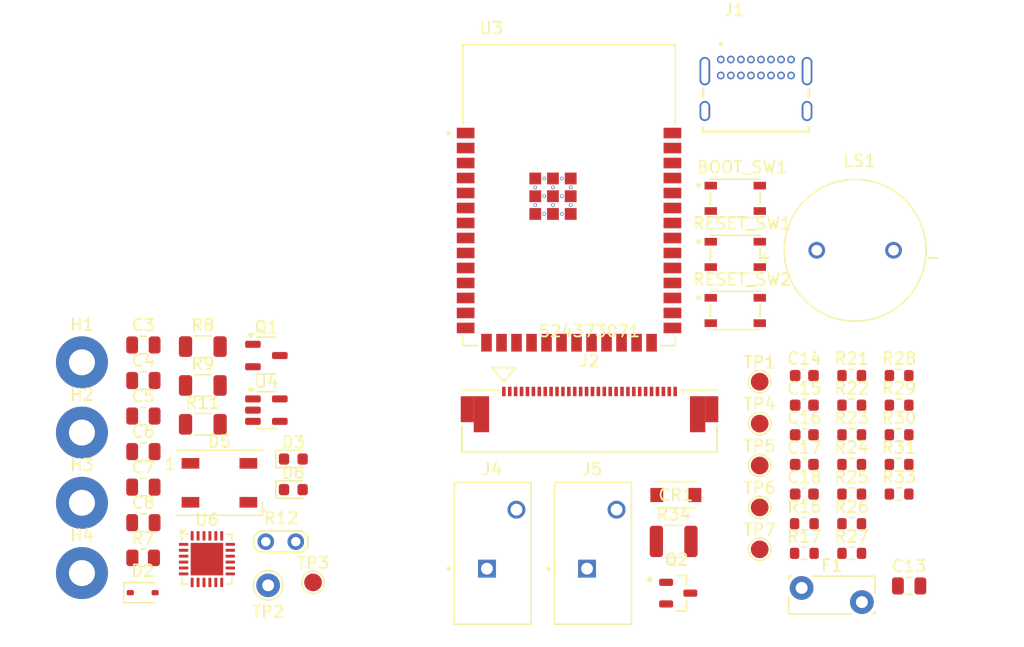
<source format=kicad_pcb>
(kicad_pcb (version 20240108) (generator "pcbnew") (generator_version "8.0")
  (layers (0 "F.Cu" signal) (31 "B.Cu" signal) (34 "B.Paste" user) (35 "F.Paste" user) (36 "B.SilkS" user "B.Silkscreen") (37 "F.SilkS" user "F.Silkscreen") (38 "B.Mask" user) (39 "F.Mask" user) (44 "Edge.Cuts" user))
  (net 0 "")
  (net 1 "GND")
  (net 2 "/3V3")
  (net 3 "/ESP32_EN")
  (net 4 "Net-(U3-IO0)")
  (net 5 "/5V USB")
  (net 6 "Net-(D2-A)")
  (net 8 "Net-(D3-K)")
  (net 9 "/3V3_MCU")
  (net 11 "/GPIO48")
  (net 12 "Net-(D6-A)")
  (net 13 "Net-(Q1-G)")
  (net 14 "Net-(Q1-D)")
  (net 15 "PACK-")
  (net 16 "Net-(U4-FB)")
  (net 17 "Net-(F2-Pad1)")
  (net 18 "Net-(U6-FLIP)")
  (net 21 "Net-(U6-HPI_SCL)")
  (net 22 "Net-(U6-VBUS_MIN)")
  (net 24 "Net-(U6-VCCD)")
  (net 25 "Net-(U6-HPI_SDA)")
  (net 26 "Net-(U6-FAULT)")
  (net 27 "Net-(U6-VBUS_MAX)")
  (net 29 "Net-(U6-~{HPI_INT})")
  (net 32 "/VBUS_LOCAL")
  (net 33 "GNDREF")
  (net 34 "Net-(D3-A)")
  (net 35 "/VBUS_USB")
  (net 36 "/USB_D+")
  (net 37 "/USB_D-")
  (net 38 "/CC2_USB")
  (net 39 "/CC1_USB")
  (net 42 "/GPIO10")
  (net 49 "/GPIO9")
  (net 57 "/GPIO8")
  (net 70 "Net-(J4-Pad1)")
  (net 71 "Net-(U3-IO15)")
  (net 72 "Net-(Q2-Pad3)")
  (net 73 "/ISNK_COARSE")
  (net 74 "/ISKN_FINE")
  (net 75 "/VDC_OUT")
  (net 76 "/15V_OUT")
  (net 77 "Net-(RESET_SW2-Pad1)")
  (net 78 "Net-(U5-RESET)")
  (net 79 "/GPIO2")
  (net 81 "/GPIO14")
  (net 83 "/GPIO47")
  (net 84 "/GPIO3")
  (net 85 "/GPIO5")
  (net 86 "/GPIO12")
  (net 87 "/GPIO18")
  (net 88 "/GPIO7")
  (net 89 "/GPIO13")
  (net 90 "/GPPIO46")
  (net 93 "/MTMS")
  (net 94 "/GPIO4")
  (net 95 "/GPIO11")
  (net 96 "/GPIO1")
  (net 97 "/GPIO38")
  (net 98 "/MTCK")
  (net 99 "/GPIO6")
  (net 100 "/GPIO16")
  (net 101 "/GPIO45")
  (net 102 "/GPIO17")
  (net 103 "/MTDI")
  (net 105 "/GPIO21")
  (net 106 "/MTDO")
  (net 107 "/VBUS_FET_EN")
  (footprint "Resistor_SMD:R_1206_3216Metric" (layer "F.Cu") (at 78.27 81.76)
    (property "Reference" "R11" (at 0 -1.82 0) (layer "F.SilkS"))
    (property "Value" "5.1k")
    (pad "1" smd roundrect (at -1.4625 0) (size 1.125 1.75) (layers "F.Cu" "F.Paste" "F.Mask") (roundrect_rratio 0.222222) (net 2 "/3V3"))
    (pad "2" smd roundrect (at 1.4625 0) (size 1.125 1.75) (layers "F.Cu" "F.Paste" "F.Mask") (roundrect_rratio 0.222222) (net 12 "Net-(D6-A)"))
  )
  (footprint "Resistor_SMD:R_0603_1608Metric" (layer "F.Cu") (at 133.19 87.67)
    (property "Reference" "R25" (at 0 -1.43 0) (layer "F.SilkS"))
    (property "Value" "2.2k")
    (pad "1" smd roundrect (at -0.825 0) (size 0.8 0.95) (layers "F.Cu" "F.Paste" "F.Mask") (net 1 "GND"))
    (pad "2" smd roundrect (at 0.825 0) (size 0.8 0.95) (layers "F.Cu" "F.Paste" "F.Mask") (net 74 "/ISKN_FINE"))
  )
  (footprint "Footprints:SOT91P240X110-3N" (layer "F.Cu") (at 118.506419 96.06)
    (property "Reference" "Q2" (at -0.13752 -2.83098 0) (layer "F.SilkS"))
    (property "Value" "2N7002K-7")
    (pad "1" smd roundrect (at -1.025 -0.915) (size 1.18 0.61) (layers "F.Cu" "F.Paste" "F.Mask") (net 26 "Net-(U6-FAULT)"))
    (pad "2" smd roundrect (at -1.025 0.915) (size 1.18 0.61) (layers "F.Cu" "F.Paste" "F.Mask") (net 1 "GND"))
    (pad "3" smd roundrect (at 1.025 0) (size 1.18 0.61) (layers "F.Cu" "F.Paste" "F.Mask") (net 72 "Net-(Q2-Pad3)"))
  )
  (footprint "Resistor_SMD:R_0603_1608Metric" (layer "F.Cu") (at 133.19 77.63)
    (property "Reference" "R21" (at 0 -1.43 0) (layer "F.SilkS"))
    (property "Value" "2.4k")
    (pad "1" smd roundrect (at -0.825 0) (size 0.8 0.95) (layers "F.Cu" "F.Paste" "F.Mask") (net 1 "GND"))
    (pad "2" smd roundrect (at 0.825 0) (size 0.8 0.95) (layers "F.Cu" "F.Paste" "F.Mask") (net 22 "Net-(U6-VBUS_MIN)"))
  )
  (footprint "Capacitor_SMD:C_0805_2012Metric" (layer "F.Cu") (at 73.24 75.04)
    (property "Reference" "C3" (at 0 -1.68 0) (layer "F.SilkS"))
    (property "Value" "0.1uF")
    (pad "1" smd roundrect (at -0.95 0) (size 1 1.45) (layers "F.Cu" "F.Paste" "F.Mask") (net 2 "/3V3"))
    (pad "2" smd roundrect (at 0.95 0) (size 1 1.45) (layers "F.Cu" "F.Paste" "F.Mask") (net 1 "GND"))
  )
  (footprint "Footprints:PHOENIX_1990009" (layer "F.Cu") (at 99.565 98.69)
    (property "Reference" "J4" (at 3.175 -13.135 0) (layer "F.SilkS"))
    (property "Value" "BAT2_CON")
    (pad "1" thru_hole rect (at 2.75 -4.7) (size 1.508 1.508) (drill 1) (layers "*.Cu" "*.Mask") (net 70 "Net-(J4-Pad1)"))
    (pad "2" thru_hole circle (at 5.25 -9.7) (size 1.508 1.508) (drill 1) (layers "*.Cu" "*.Mask") (net 17 "Net-(F2-Pad1)"))
  )
  (footprint "Diode_SMD:D_SOD-323" (layer "F.Cu") (at 73.185 96.02)
    (property "Reference" "D2" (at 0 -1.85 0) (layer "F.SilkS"))
    (property "Value" "BAT60A")
    (pad "1" smd roundrect (at -1.05 0) (size 0.6 0.45) (layers "F.Cu" "F.Paste" "F.Mask"))
    (pad "2" smd roundrect (at 1.05 0) (size 0.6 0.45) (layers "F.Cu" "F.Paste" "F.Mask") (net 6 "Net-(D2-A)"))
  )
  (footprint "Footprints:CUI_CEM-1206S" (layer "F.Cu") (at 133.48 67.02)
    (property "Reference" "LS1" (at 0.37706 -7.57592 0) (layer "F.SilkS") (effects (font (size 1.005433 1.005433))))
    (property "Value" "CEM-1206S")
    (fp_text user "-" (at 6.59265 0.571488 0) (layer "F.SilkS") (effects (font (size 1.002614 1.002614))))
    (fp_text user "+" (at -7.67002 0.572241 0) (layer "F.SilkS") (effects (font (size 1.003937 1.003937))))
    (pad "N" thru_hole circle (at 3.25 0) (size 1.408 1.408) (drill 0.9) (layers "*.Cu" "*.Mask") (net 1 "GND"))
    (pad "P" thru_hole circle (at -3.25 0) (size 1.408 1.408) (drill 0.9) (layers "*.Cu" "*.Mask") (net 71 "Net-(U3-IO15)"))
  )
  (footprint "TestPoint:TestPoint_Pad_D1.5mm" (layer "F.Cu") (at 125.4 81.7)
    (property "Reference" "TP4" (at 0 -1.648 0) (layer "F.SilkS"))
    (property "Value" "BAT1+")
    (pad "1" smd circle (at 0 0) (size 1.5 1.5) (layers "F.Cu" "F.Mask") (net 70 "Net-(J4-Pad1)"))
  )
  (footprint "Footprints:SW_PTS810_SJM_250_SMTR_LFS" (layer "F.Cu") (at 123.335 67.37)
    (property "Reference" "RESET_SW1" (at 0.575 -2.635 0) (layer "F.SilkS"))
    (property "Value" "PTS810_SJM_250_SMTR_LFS")
    (pad "1" smd rect (at -2.075 -1.075) (size 1.05 0.65) (layers "F.Cu" "F.Paste" "F.Mask") (net 1 "GND"))
    (pad "2" smd rect (at 2.075 -1.075) (size 1.05 0.65) (layers "F.Cu" "F.Paste" "F.Mask") (net 1 "GND"))
    (pad "3" smd rect (at -2.075 1.075) (size 1.05 0.65) (layers "F.Cu" "F.Paste" "F.Mask") (net 3 "/ESP32_EN"))
    (pad "4" smd rect (at 2.075 1.075) (size 1.05 0.65) (layers "F.Cu" "F.Paste" "F.Mask") (net 3 "/ESP32_EN"))
  )
  (footprint "Fuse:Fuse_Bourns_MF-RG300" (layer "F.Cu") (at 128.95 95.62)
    (property "Reference" "F1" (at 2.55 -1.9 0) (layer "F.SilkS"))
    (property "Value" "Polyfuse_Small")
    (pad "1" thru_hole circle (at 0 0) (size 2.01 2.01) (drill 1.01) (layers "*.Cu" "*.Mask") (net 35 "/VBUS_USB"))
    (pad "2" thru_hole circle (at 5.1 1.2) (size 2.01 2.01) (drill 1.01) (layers "*.Cu" "*.Mask") (net 32 "/VBUS_LOCAL"))
  )
  (footprint "MountingHole:MountingHole_2.2mm_M2_Pad" (layer "F.Cu") (at 68.04 94.36)
    (property "Reference" "H4" (at 0 -3.2 0) (layer "F.SilkS"))
    (property "Value" "MountingHole_Pad")
    (pad "1" thru_hole circle (at 0 0) (size 4.4 4.4) (drill 2.2) (layers "*.Cu" "*.Mask") (net 1 "GND"))
  )
  (footprint "Resistor_SMD:R_0603_1608Metric" (layer "F.Cu") (at 129.18 92.69)
    (property "Reference" "R17" (at 0 -1.43 0) (layer "F.SilkS"))
    (property "Value" "2.4k")
    (pad "1" smd roundrect (at -0.825 0) (size 0.8 0.95) (layers "F.Cu" "F.Paste" "F.Mask") (net 1 "GND"))
    (pad "2" smd roundrect (at 0.825 0) (size 0.8 0.95) (layers "F.Cu" "F.Paste" "F.Mask") (net 27 "Net-(U6-VBUS_MAX)"))
  )
  (footprint "LED_SMD:LED_0603_1608Metric" (layer "F.Cu") (at 85.93 87.29)
    (property "Reference" "D6" (at 0 -1.43 0) (layer "F.SilkS"))
    (property "Value" "LED")
    (pad "1" smd roundrect (at -0.7875 0) (size 0.875 0.95) (layers "F.Cu" "F.Paste" "F.Mask") (net 1 "GND"))
    (pad "2" smd roundrect (at 0.7875 0) (size 0.875 0.95) (layers "F.Cu" "F.Paste" "F.Mask") (net 12 "Net-(D6-A)"))
  )
  (footprint "TestPoint:TestPoint_2Pads_Pitch2.54mm_Drill0.8mm" (layer "F.Cu") (at 83.6 91.7)
    (property "Reference" "R12" (at 1.3 -2 0) (layer "F.SilkS"))
    (property "Value" "0")
    (pad "1" thru_hole circle (at 0 0) (size 1.4 1.4) (drill 0.8) (layers "*.Cu" "*.Mask") (net 17 "Net-(F2-Pad1)"))
    (pad "2" thru_hole circle (at 2.54 0) (size 1.4 1.4) (drill 0.8) (layers "*.Cu" "*.Mask") (net 14 "Net-(Q1-D)"))
  )
  (footprint "Resistor_SMD:R_0805_2012Metric" (layer "F.Cu") (at 73.22 93.07)
    (property "Reference" "R7" (at 0 -1.65 0) (layer "F.SilkS"))
    (property "Value" "10k")
    (pad "1" smd roundrect (at -0.9125 0) (size 1.025 1.4) (layers "F.Cu" "F.Paste" "F.Mask") (roundrect_rratio 0.243902) (net 2 "/3V3"))
    (pad "2" smd roundrect (at 0.9125 0) (size 1.025 1.4) (layers "F.Cu" "F.Paste" "F.Mask") (roundrect_rratio 0.243902) (net 3 "/ESP32_EN"))
  )
  (footprint "Capacitor_SMD:C_0603_1608Metric" (layer "F.Cu") (at 129.18 87.67)
    (property "Reference" "C18" (at 0 -1.43 0) (layer "F.SilkS"))
    (property "Value" "100nF")
    (pad "1" smd roundrect (at -0.775 0) (size 0.9 0.95) (layers "F.Cu" "F.Paste" "F.Mask") (net 2 "/3V3"))
    (pad "2" smd roundrect (at 0.775 0) (size 0.9 0.95) (layers "F.Cu" "F.Paste" "F.Mask") (net 1 "GND"))
  )
  (footprint "TestPoint:TestPoint_Pad_D1.5mm" (layer "F.Cu") (at 125.4 85.25)
    (property "Reference" "TP5" (at 0 -1.648 0) (layer "F.SilkS"))
    (property "Value" "TestPoint")
    (pad "1" smd circle (at 0 0) (size 1.5 1.5) (layers "F.Cu" "F.Mask") (net 15 "PACK-"))
  )
  (footprint "Footprints:SW_PTS810_SJM_250_SMTR_LFS" (layer "F.Cu") (at 123.335 72.12)
    (property "Reference" "RESET_SW2" (at 0.575 -2.635 0) (layer "F.SilkS"))
    (property "Value" "PTS810_SJM_250_SMTR_LFS")
    (pad "1" smd rect (at -2.075 -1.075) (size 1.05 0.65) (layers "F.Cu" "F.Paste" "F.Mask") (net 77 "Net-(RESET_SW2-Pad1)"))
    (pad "2" smd rect (at 2.075 -1.075) (size 1.05 0.65) (layers "F.Cu" "F.Paste" "F.Mask") (net 77 "Net-(RESET_SW2-Pad1)"))
    (pad "3" smd rect (at -2.075 1.075) (size 1.05 0.65) (layers "F.Cu" "F.Paste" "F.Mask") (net 78 "Net-(U5-RESET)"))
    (pad "4" smd rect (at 2.075 1.075) (size 1.05 0.65) (layers "F.Cu" "F.Paste" "F.Mask") (net 78 "Net-(U5-RESET)"))
  )
  (footprint "Capacitor_SMD:C_0805_2012Metric" (layer "F.Cu") (at 138.05 95.45)
    (property "Reference" "C13" (at 0 -1.68 0) (layer "F.SilkS"))
    (property "Value" "4.7uF")
    (pad "1" smd roundrect (at -0.95 0) (size 1 1.45) (layers "F.Cu" "F.Paste" "F.Mask") (net 32 "/VBUS_LOCAL"))
    (pad "2" smd roundrect (at 0.95 0) (size 1 1.45) (layers "F.Cu" "F.Paste" "F.Mask") (net 1 "GND"))
  )
  (footprint "Capacitor_SMD:C_0805_2012Metric" (layer "F.Cu") (at 73.24 90.09)
    (property "Reference" "C8" (at 0 -1.68 0) (layer "F.SilkS"))
    (property "Value" "10uF")
    (pad "1" smd roundrect (at -0.95 0) (size 1 1.45) (layers "F.Cu" "F.Paste" "F.Mask") (net 2 "/3V3"))
    (pad "2" smd roundrect (at 0.95 0) (size 1 1.45) (layers "F.Cu" "F.Paste" "F.Mask") (net 1 "GND"))
  )
  (footprint "Capacitor_SMD:C_0805_2012Metric" (layer "F.Cu") (at 73.24 81.06)
    (property "Reference" "C5" (at 0 -1.68 0) (layer "F.SilkS"))
    (property "Value" "0.1uF")
    (pad "1" smd roundrect (at -0.95 0) (size 1 1.45) (layers "F.Cu" "F.Paste" "F.Mask") (net 3 "/ESP32_EN"))
    (pad "2" smd roundrect (at 0.95 0) (size 1 1.45) (layers "F.Cu" "F.Paste" "F.Mask") (net 1 "GND"))
  )
  (footprint "Resistor_SMD:R_0603_1608Metric" (layer "F.Cu") (at 137.2 85.16)
    (property "Reference" "R31" (at 0 -1.43 0) (layer "F.SilkS"))
    (property "Value" "2.2k")
    (pad "1" smd roundrect (at -0.825 0) (size 0.8 0.95) (layers "F.Cu" "F.Paste" "F.Mask") (net 72 "Net-(Q2-Pad3)"))
    (pad "2" smd roundrect (at 0.825 0) (size 0.8 0.95) (layers "F.Cu" "F.Paste" "F.Mask") (net 8 "Net-(D3-K)"))
  )
  (footprint "Resistor_SMD:R_0603_1608Metric" (layer "F.Cu") (at 137.2 77.63)
    (property "Reference" "R28" (at 0 -1.43 0) (layer "F.SilkS"))
    (property "Value" "2.2k")
    (pad "1" smd roundrect (at -0.825 0) (size 0.8 0.95) (layers "F.Cu" "F.Paste" "F.Mask") (net 34 "Net-(D3-A)"))
    (pad "2" smd roundrect (at 0.825 0) (size 0.8 0.95) (layers "F.Cu" "F.Paste" "F.Mask") (net 21 "Net-(U6-HPI_SCL)"))
  )
  (footprint "Capacitor_SMD:C_0603_1608Metric" (layer "F.Cu") (at 129.18 85.16)
    (property "Reference" "C17" (at 0 -1.43 0) (layer "F.SilkS"))
    (property "Value" "100nF")
    (pad "1" smd roundrect (at -0.775 0) (size 0.9 0.95) (layers "F.Cu" "F.Paste" "F.Mask") (net 2 "/3V3"))
    (pad "2" smd roundrect (at 0.775 0) (size 0.9 0.95) (layers "F.Cu" "F.Paste" "F.Mask") (net 1 "GND"))
  )
  (footprint "Resistor_SMD:R_0603_1608Metric" (layer "F.Cu") (at 137.2 82.65)
    (property "Reference" "R30" (at 0 -1.43 0) (layer "F.SilkS"))
    (property "Value" "2.2k")
    (pad "1" smd roundrect (at -0.825 0) (size 0.8 0.95) (layers "F.Cu" "F.Paste" "F.Mask") (net 34 "Net-(D3-A)"))
    (pad "2" smd roundrect (at 0.825 0) (size 0.8 0.95) (layers "F.Cu" "F.Paste" "F.Mask") (net 29 "Net-(U6-~{HPI_INT})"))
  )
  (footprint "Resistor_SMD:R_0603_1608Metric" (layer "F.Cu") (at 133.19 92.69)
    (property "Reference" "R27" (at 0 -1.43 0) (layer "F.SilkS"))
    (property "Value" "2.2k")
    (pad "1" smd roundrect (at -0.825 0) (size 0.8 0.95) (layers "F.Cu" "F.Paste" "F.Mask") (net 34 "Net-(D3-A)"))
    (pad "2" smd roundrect (at 0.825 0) (size 0.8 0.95) (layers "F.Cu" "F.Paste" "F.Mask") (net 18 "Net-(U6-FLIP)"))
  )
  (footprint "Package_DFN_QFN:QFN-24-1EP_4x4mm_P0.5mm_EP2.75x2.75mm" (layer "F.Cu") (at 78.62 93.18)
    (property "Reference" "U6" (at 0 -3.33 0) (layer "F.SilkS"))
    (property "Value" "CYPD3177-24LQ")
    (pad "1" smd roundrect (at -1.975 -1.25) (size 0.8 0.25) (layers "F.Cu" "F.Paste" "F.Mask") (net 22 "Net-(U6-VBUS_MIN)"))
    (pad "2" smd roundrect (at -1.975 -0.75) (size 0.8 0.25) (layers "F.Cu" "F.Paste" "F.Mask") (net 27 "Net-(U6-VBUS_MAX)"))
    (pad "3" smd roundrect (at -1.975 -0.25) (size 0.8 0.25) (layers "F.Cu" "F.Paste" "F.Mask") (net 107 "/VBUS_FET_EN"))
    (pad "4" smd roundrect (at -1.975 0.25) (size 0.8 0.25) (layers "F.Cu" "F.Paste" "F.Mask"))
    (pad "5" smd roundrect (at -1.975 0.75) (size 0.8 0.25) (layers "F.Cu" "F.Paste" "F.Mask") (net 73 "/ISNK_COARSE"))
    (pad "6" smd roundrect (at -1.975 1.25) (size 0.8 0.25) (layers "F.Cu" "F.Paste" "F.Mask") (net 74 "/ISKN_FINE"))
    (pad "7" smd roundrect (at -1.25 1.975) (size 0.25 0.8) (layers "F.Cu" "F.Paste" "F.Mask") (net 29 "Net-(U6-~{HPI_INT})"))
    (pad "8" smd roundrect (at -0.75 1.975) (size 0.25 0.8) (layers "F.Cu" "F.Paste" "F.Mask"))
    (pad "9" smd roundrect (at -0.25 1.975) (size 0.25 0.8) (layers "F.Cu" "F.Paste" "F.Mask") (net 26 "Net-(U6-FAULT)"))
    (pad "10" smd roundrect (at 0.25 1.975) (size 0.25 0.8) (layers "F.Cu" "F.Paste" "F.Mask") (net 18 "Net-(U6-FLIP)"))
    (pad "11" smd roundrect (at 0.75 1.975) (size 0.25 0.8) (layers "F.Cu" "F.Paste" "F.Mask") (net 75 "/VDC_OUT"))
    (pad "12" smd roundrect (at 1.25 1.975) (size 0.25 0.8) (layers "F.Cu" "F.Paste" "F.Mask") (net 25 "Net-(U6-HPI_SDA)"))
    (pad "13" smd roundrect (at 1.975 1.25) (size 0.8 0.25) (layers "F.Cu" "F.Paste" "F.Mask") (net 21 "Net-(U6-HPI_SCL)"))
    (pad "14" smd roundrect (at 1.975 0.75) (size 0.8 0.25) (layers "F.Cu" "F.Paste" "F.Mask") (net 38 "/CC2_USB"))
    (pad "15" smd roundrect (at 1.975 0.25) (size 0.8 0.25) (layers "F.Cu" "F.Paste" "F.Mask") (net 39 "/CC1_USB"))
    (pad "16" smd roundrect (at 1.975 -0.25) (size 0.8 0.25) (layers "F.Cu" "F.Paste" "F.Mask"))
    (pad "17" smd roundrect (at 1.975 -0.75) (size 0.8 0.25) (layers "F.Cu" "F.Paste" "F.Mask"))
    (pad "18" smd roundrect (at 1.975 -1.25) (size 0.8 0.25) (layers "F.Cu" "F.Paste" "F.Mask") (net 32 "/VBUS_LOCAL"))
    (pad "19" smd roundrect (at 1.25 -1.975) (size 0.25 0.8) (layers "F.Cu" "F.Paste" "F.Mask") (net 1 "GND"))
    (pad "20" smd roundrect (at 0.75 -1.975) (size 0.25 0.8) (layers "F.Cu" "F.Paste" "F.Mask"))
    (pad "21" smd roundrect (at 0.25 -1.975) (size 0.25 0.8) (layers "F.Cu" "F.Paste" "F.Mask"))
    (pad "22" smd roundrect (at -0.25 -1.975) (size 0.25 0.8) (layers "F.Cu" "F.Paste" "F.Mask") (net 1 "GND"))
    (pad "23" smd roundrect (at -0.75 -1.975) (size 0.25 0.8) (layers "F.Cu" "F.Paste" "F.Mask") (net 2 "/3V3"))
    (pad "24" smd roundrect (at -1.25 -1.975) (size 0.25 0.8) (layers "F.Cu" "F.Paste" "F.Mask") (net 24 "Net-(U6-VCCD)"))
    (pad "25" smd rect (at 0 0) (size 2.75 2.75) (property pad_prop_heatsink) (layers "F.Cu" "F.Mask") (net 1 "GND"))
  )
  (footprint "Resistor_SMD:R_1210_3225Metric" (layer "F.Cu") (at 118.12 91.68)
    (property "Reference" "R34" (at 0 -2.28 0) (layer "F.SilkS"))
    (property "Value" "0")
    (pad "1" smd roundrect (at -1.4625 0) (size 1.125 2.65) (layers "F.Cu" "F.Paste" "F.Mask") (roundrect_rratio 0.222222) (net 75 "/VDC_OUT"))
    (pad "2" smd roundrect (at 1.4625 0) (size 1.125 2.65) (layers "F.Cu" "F.Paste" "F.Mask") (roundrect_rratio 0.222222) (net 76 "/15V_OUT"))
  )
  (footprint "Footprints:PHOENIX_1990009" (layer "F.Cu") (at 108.04 98.69)
    (property "Reference" "J5" (at 3.175 -13.135 0) (layer "F.SilkS"))
    (property "Value" "BAT1_CON")
    (pad "1" thru_hole rect (at 2.75 -4.7) (size 1.508 1.508) (drill 1) (layers "*.Cu" "*.Mask") (net 15 "PACK-"))
    (pad "2" thru_hole circle (at 5.25 -9.7) (size 1.508 1.508) (drill 1) (layers "*.Cu" "*.Mask") (net 70 "Net-(J4-Pad1)"))
  )
  (footprint "Resistor_SMD:R_0603_1608Metric" (layer "F.Cu") (at 137.2 87.67)
    (property "Reference" "R33" (at 0 -1.43 0) (layer "F.SilkS"))
    (property "Value" "0")
    (pad "1" smd roundrect (at -0.825 0) (size 0.8 0.95) (layers "F.Cu" "F.Paste" "F.Mask") (net 34 "Net-(D3-A)"))
    (pad "2" smd roundrect (at 0.825 0) (size 0.8 0.95) (layers "F.Cu" "F.Paste" "F.Mask") (net 9 "/3V3_MCU"))
  )
  (footprint "Capacitor_SMD:C_0805_2012Metric" (layer "F.Cu") (at 73.24 87.08)
    (property "Reference" "C7" (at 0 -1.68 0) (layer "F.SilkS"))
    (property "Value" "10uF")
    (pad "1" smd roundrect (at -0.95 0) (size 1 1.45) (layers "F.Cu" "F.Paste" "F.Mask") (net 5 "/5V USB"))
    (pad "2" smd roundrect (at 0.95 0) (size 1 1.45) (layers "F.Cu" "F.Paste" "F.Mask") (net 1 "GND"))
  )
  (footprint "Footprints:GCT_USB4085-GF-A_REVB" (layer "F.Cu") (at 125.085 55.225)
    (property "Reference" "J1" (at -1.85 -8.555 0) (layer "F.SilkS"))
    (property "Value" "USB4085")
    (pad "A1" thru_hole circle (at -2.975 -4.36) (size 0.65 0.65) (drill 0.4) (layers "*.Cu" "*.Mask") (net 33 "GNDREF"))
    (pad "A4" thru_hole circle (at -2.125 -4.36) (size 0.65 0.65) (drill 0.4) (layers "*.Cu" "*.Mask") (net 35 "/VBUS_USB"))
    (pad "A5" thru_hole circle (at -1.275 -4.36) (size 0.65 0.65) (drill 0.4) (layers "*.Cu" "*.Mask") (net 39 "/CC1_USB"))
    (pad "A6" thru_hole circle (at -0.425 -4.36) (size 0.65 0.65) (drill 0.4) (layers "*.Cu" "*.Mask") (net 36 "/USB_D+"))
    (pad "A7" thru_hole circle (at 0.425 -4.36) (size 0.65 0.65) (drill 0.4) (layers "*.Cu" "*.Mask") (net 37 "/USB_D-"))
    (pad "A8" thru_hole circle (at 1.275 -4.36) (size 0.65 0.65) (drill 0.4) (layers "*.Cu" "*.Mask"))
    (pad "A9" thru_hole circle (at 2.125 -4.36) (size 0.65 0.65) (drill 0.4) (layers "*.Cu" "*.Mask") (net 35 "/VBUS_USB"))
    (pad "A12" thru_hole circle (at 2.975 -4.36) (size 0.65 0.65) (drill 0.4) (layers "*.Cu" "*.Mask") (net 33 "GNDREF"))
    (pad "B1" thru_hole circle (at 2.975 -3.01) (size 0.65 0.65) (drill 0.4) (layers "*.Cu" "*.Mask") (net 33 "GNDREF"))
    (pad "B4" thru_hole circle (at 2.125 -3.01) (size 0.65 0.65) (drill 0.4) (layers "*.Cu" "*.Mask") (net 35 "/VBUS_USB"))
    (pad "B5" thru_hole circle (at 1.275 -3.01) (size 0.65 0.65) (drill 0.4) (layers "*.Cu" "*.Mask") (net 38 "/CC2_USB"))
    (pad "B6" thru_hole circle (at 0.425 -3.01) (size 0.65 0.65) (drill 0.4) (layers "*.Cu" "*.Mask") (net 36 "/USB_D+"))
    (pad "B7" thru_hole circle (at -0.425 -3.01) (size 0.65 0.65) (drill 0.4) (layers "*.Cu" "*.Mask") (net 37 "/USB_D-"))
    (pad "B8" thru_hole circle (at -1.275 -3.01) (size 0.65 0.65) (drill 0.4) (layers "*.Cu" "*.Mask"))
    (pad "B9" thru_hole circle (at -2.125 -3.01) (size 0.65 0.65) (drill 0.4) (layers "*.Cu" "*.Mask") (net 35 "/VBUS_USB"))
    (pad "B12" thru_hole circle (at -2.975 -3.01) (size 0.65 0.65) (drill 0.4) (layers "*.Cu" "*.Mask") (net 33 "GNDREF"))
    (pad "S1" thru_hole oval (at -4.325 0) (size 0.9 1.7) (drill oval 0.6 1.4) (layers "*.Cu" "*.Mask") (net 33 "GNDREF"))
    (pad "S2" thru_hole oval (at 4.325 0) (size 0.9 1.7) (drill oval 0.6 1.4) (layers "*.Cu" "*.Mask") (net 33 "GNDREF"))
    (pad "S3" thru_hole oval (at -4.325 -3.38) (size 0.9 2.4) (drill oval 0.6 2.1) (layers "*.Cu" "*.Mask") (net 33 "GNDREF"))
    (pad "S4" thru_hole oval (at 4.325 -3.38) (size 0.9 2.4) (drill oval 0.6 2.1) (layers "*.Cu" "*.Mask") (net 33 "GNDREF"))
  )
  (footprint "MountingHole:MountingHole_2.2mm_M2_Pad" (layer "F.Cu") (at 68.04 88.41)
    (property "Reference" "H3" (at 0 -3.2 0) (layer "F.SilkS"))
    (property "Value" "MountingHole_Pad")
    (pad "1" thru_hole circle (at 0 0) (size 4.4 4.4) (drill 2.2) (layers "*.Cu" "*.Mask") (net 1 "GND"))
  )
  (footprint "TestPoint:TestPoint_Pad_D1.5mm" (layer "F.Cu") (at 125.4 88.8)
    (property "Reference" "TP6" (at 0 -1.648 0) (layer "F.SilkS"))
    (property "Value" "BAT2+")
    (pad "1" smd circle (at 0 0) (size 1.5 1.5) (layers "F.Cu" "F.Mask") (net 17 "Net-(F2-Pad1)"))
  )
  (footprint "Capacitor_SMD:C_0603_1608Metric" (layer "F.Cu") (at 129.18 82.65)
    (property "Reference" "C16" (at 0 -1.43 0) (layer "F.SilkS"))
    (property "Value" "4.7uF")
    (pad "1" smd roundrect (at -0.775 0) (size 0.9 0.95) (layers "F.Cu" "F.Paste" "F.Mask") (net 1 "GND"))
    (pad "2" smd roundrect (at 0.775 0) (size 0.9 0.95) (layers "F.Cu" "F.Paste" "F.Mask") (net 2 "/3V3"))
  )
  (footprint "Resistor_SMD:R_0603_1608Metric" (layer "F.Cu") (at 133.19 90.18)
    (property "Reference" "R26" (at 0 -1.43 0) (layer "F.SilkS"))
    (property "Value" "2.2k")
    (pad "1" smd roundrect (at -0.825 0) (size 0.8 0.95) (layers "F.Cu" "F.Paste" "F.Mask") (net 9 "/3V3_MCU"))
    (pad "2" smd roundrect (at 0.825 0) (size 0.8 0.95) (layers "F.Cu" "F.Paste" "F.Mask") (net 74 "/ISKN_FINE"))
  )
  (footprint "Resistor_SMD:R_0603_1608Metric" (layer "F.Cu") (at 133.19 82.65)
    (property "Reference" "R23" (at 0 -1.43 0) (layer "F.SilkS"))
    (property "Value" "2.2k")
    (pad "1" smd roundrect (at -0.825 0) (size 0.8 0.95) (layers "F.Cu" "F.Paste" "F.Mask") (net 9 "/3V3_MCU"))
    (pad "2" smd roundrect (at 0.825 0) (size 0.8 0.95) (layers "F.Cu" "F.Paste" "F.Mask") (net 73 "/ISNK_COARSE"))
  )
  (footprint "Package_TO_SOT_SMD:SOT-23-5" (layer "F.Cu") (at 83.65 80.56)
    (property "Reference" "U4" (at 0 -2.4 0) (layer "F.SilkS"))
    (property "Value" "TLV75801PDBV")
    (pad "1" smd roundrect (at -1.1375 -0.95) (size 1.325 0.6) (layers "F.Cu" "F.Paste" "F.Mask") (net 5 "/5V USB"))
    (pad "2" smd roundrect (at -1.1375 0) (size 1.325 0.6) (layers "F.Cu" "F.Paste" "F.Mask") (net 1 "GND"))
    (pad "3" smd roundrect (at -1.1375 0.95) (size 1.325 0.6) (layers "F.Cu" "F.Paste" "F.Mask") (net 5 "/5V USB"))
    (pad "4" smd roundrect (at 1.1375 0.95) (size 1.325 0.6) (layers "F.Cu" "F.Paste" "F.Mask") (net 16 "Net-(U4-FB)"))
    (pad "5" smd roundrect (at 1.1375 -0.95) (size 1.325 0.6) (layers "F.Cu" "F.Paste" "F.Mask") (net 2 "/3V3"))
  )
  (footprint "MountingHole:MountingHole_2.2mm_M2_Pad" (layer "F.Cu") (at 68.04 76.51)
    (property "Reference" "H1" (at 0 -3.2 0) (layer "F.SilkS"))
    (property "Value" "MountingHole_Pad")
    (pad "1" thru_hole circle (at 0 0) (size 4.4 4.4) (drill 2.2) (layers "*.Cu" "*.Mask") (net 1 "GND"))
  )
  (footprint "Footprints:XCVR_ESP32-S3-WROOM-2-N32R8V" (layer "F.Cu") (at 109.265 62.35)
    (property "Reference" "U3" (at -6.575 -14.135 0) (layer "F.SilkS"))
    (property "Value" "ESP32-S3-WROOM-2-N32R8V")
    (pad "1" smd rect (at -8.75 -5.26) (size 1.5 0.9) (layers "F.Cu" "F.Paste" "F.Mask") (net 1 "GND"))
    (pad "2" smd rect (at -8.75 -3.99) (size 1.5 0.9) (layers "F.Cu" "F.Paste" "F.Mask") (net 2 "/3V3"))
    (pad "3" smd rect (at -8.75 -2.72) (size 1.5 0.9) (layers "F.Cu" "F.Paste" "F.Mask") (net 3 "/ESP32_EN"))
    (pad "4" smd rect (at -8.75 -1.45) (size 1.5 0.9) (layers "F.Cu" "F.Paste" "F.Mask") (net 94 "/GPIO4"))
    (pad "5" smd rect (at -8.75 -0.18) (size 1.5 0.9) (layers "F.Cu" "F.Paste" "F.Mask") (net 85 "/GPIO5"))
    (pad "6" smd rect (at -8.75 1.09) (size 1.5 0.9) (layers "F.Cu" "F.Paste" "F.Mask") (net 99 "/GPIO6"))
    (pad "7" smd rect (at -8.75 2.36) (size 1.5 0.9) (layers "F.Cu" "F.Paste" "F.Mask") (net 88 "/GPIO7"))
    (pad "8" smd rect (at -8.75 3.63) (size 1.5 0.9) (layers "F.Cu" "F.Paste" "F.Mask") (net 71 "Net-(U3-IO15)"))
    (pad "9" smd rect (at -8.75 4.9) (size 1.5 0.9) (layers "F.Cu" "F.Paste" "F.Mask") (net 100 "/GPIO16"))
    (pad "10" smd rect (at -8.75 6.17) (size 1.5 0.9) (layers "F.Cu" "F.Paste" "F.Mask") (net 102 "/GPIO17"))
    (pad "11" smd rect (at -8.75 7.44) (size 1.5 0.9) (layers "F.Cu" "F.Paste" "F.Mask") (net 87 "/GPIO18"))
    (pad "12" smd rect (at -8.75 8.71) (size 1.5 0.9) (layers "F.Cu" "F.Paste" "F.Mask") (net 57 "/GPIO8"))
    (pad "13" smd rect (at -8.75 9.98) (size 1.5 0.9) (layers "F.Cu" "F.Paste" "F.Mask") (net 37 "/USB_D-"))
    (pad "14" smd rect (at -8.75 11.25) (size 1.5 0.9) (layers "F.Cu" "F.Paste" "F.Mask") (net 36 "/USB_D+"))
    (pad "15" smd rect (at -6.985 12.5) (size 0.9 1.5) (layers "F.Cu" "F.Paste" "F.Mask") (net 84 "/GPIO3"))
    (pad "16" smd rect (at -5.715 12.5) (size 0.9 1.5) (layers "F.Cu" "F.Paste" "F.Mask") (net 90 "/GPPIO46"))
    (pad "17" smd rect (at -4.445 12.5) (size 0.9 1.5) (layers "F.Cu" "F.Paste" "F.Mask") (net 49 "/GPIO9"))
    (pad "18" smd rect (at -3.175 12.5) (size 0.9 1.5) (layers "F.Cu" "F.Paste" "F.Mask") (net 42 "/GPIO10"))
    (pad "19" smd rect (at -1.905 12.5) (size 0.9 1.5) (layers "F.Cu" "F.Paste" "F.Mask") (net 95 "/GPIO11"))
    (pad "20" smd rect (at -0.635 12.5) (size 0.9 1.5) (layers "F.Cu" "F.Paste" "F.Mask") (net 86 "/GPIO12"))
    (pad "21" smd rect (at 0.635 12.5) (size 0.9 1.5) (layers "F.Cu" "F.Paste" "F.Mask") (net 89 "/GPIO13"))
    (pad "22" smd rect (at 1.905 12.5) (size 0.9 1.5) (layers "F.Cu" "F.Paste" "F.Mask") (net 81 "/GPIO14"))
    (pad "23" smd rect (at 3.175 12.5) (size 0.9 1.5) (layers "F.Cu" "F.Paste" "F.Mask") (net 105 "/GPIO21"))
    (pad "24" smd rect (at 4.445 12.5) (size 0.9 1.5) (layers "F.Cu" "F.Paste" "F.Mask") (net 83 "/GPIO47"))
    (pad "25" smd rect (at 5.715 12.5) (size 0.9 1.5) (layers "F.Cu" "F.Paste" "F.Mask") (net 11 "/GPIO48"))
    (pad "26" smd rect (at 6.985 12.5) (size 0.9 1.5) (layers "F.Cu" "F.Paste" "F.Mask") (net 101 "/GPIO45"))
    (pad "27" smd rect (at 8.75 11.25) (size 1.5 0.9) (layers "F.Cu" "F.Paste" "F.Mask") (net 4 "Net-(U3-IO0)"))
    (pad "28" smd rect (at 8.75 9.98) (size 1.5 0.9) (layers "F.Cu" "F.Paste" "F.Mask"))
    (pad "29" smd rect (at 8.75 8.71) (size 1.5 0.9) (layers "F.Cu" "F.Paste" "F.Mask"))
    (pad "30" smd rect (at 8.75 7.44) (size 1.5 0.9) (layers "F.Cu" "F.Paste" "F.Mask"))
    (pad "31" smd rect (at 8.75 6.17) (size 1.5 0.9) (layers "F.Cu" "F.Paste" "F.Mask") (net 97 "/GPIO38"))
    (pad "32" smd rect (at 8.75 4.9) (size 1.5 0.9) (layers "F.Cu" "F.Paste" "F.Mask") (net 98 "/MTCK"))
    (pad "33" smd rect (at 8.75 3.63) (size 1.5 0.9) (layers "F.Cu" "F.Paste" "F.Mask") (net 106 "/MTDO"))
    (pad "34" smd rect (at 8.75 2.36) (size 1.5 0.9) (layers "F.Cu" "F.Paste" "F.Mask") (net 103 "/MTDI"))
    (pad "35" smd rect (at 8.75 1.09) (size 1.5 0.9) (layers "F.Cu" "F.Paste" "F.Mask") (net 93 "/MTMS"))
    (pad "36" smd rect (at 8.75 -0.18) (size 1.5 0.9) (layers "F.Cu" "F.Paste" "F.Mask"))
    (pad "37" smd rect (at 8.75 -1.45) (size 1.5 0.9) (layers "F.Cu" "F.Paste" "F.Mask"))
    (pad "38" smd rect (at 8.75 -2.72) (size 1.5 0.9) (layers "F.Cu" "F.Paste" "F.Mask") (net 79 "/GPIO2"))
    (pad "39" smd rect (at 8.75 -3.99) (size 1.5 0.9) (layers "F.Cu" "F.Paste" "F.Mask") (net 96 "/GPIO1"))
    (pad "40" smd rect (at 8.75 -5.26) (size 1.5 0.9) (layers "F.Cu" "F.Paste" "F.Mask") (net 1 "GND"))
    (pad "41_1" smd rect (at -1.36 0.09) (size 1 1) (layers "F.Cu" "F.Paste" "F.Mask") (net 1 "GND"))
    (pad "41_2" smd rect (at -2.86 0.09) (size 1 1) (layers "F.Cu" "F.Paste" "F.Mask") (net 1 "GND"))
    (pad "41_3" smd rect (at 0.14 0.09) (size 1 1) (layers "F.Cu" "F.Paste" "F.Mask") (net 1 "GND"))
    (pad "41_4" smd rect (at -2.86 1.59) (size 1 1) (layers "F.Cu" "F.Paste" "F.Mask") (net 1 "GND"))
    (pad "41_5" smd rect (at -1.36 1.59) (size 1 1) (layers "F.Cu" "F.Paste" "F.Mask") (net 1 "GND"))
    (pad "41_6" smd rect (at 0.14 1.59) (size 1 1) (layers "F.Cu" "F.Paste" "F.Mask") (net 1 "GND"))
    (pad "41_7" smd rect (at -2.86 -1.41) (size 1 1) (layers "F.Cu" "F.Paste" "F.Mask") (net 1 "GND"))
    (pad "41_8" smd rect (at -1.36 -1.41) (size 1 1) (layers "F.Cu" "F.Paste" "F.Mask") (net 1 "GND"))
    (pad "41_9" smd rect (at 0.14 -1.41) (size 1 1) (layers "F.Cu" "F.Paste" "F.Mask") (net 1 "GND"))
    (pad "41_10" thru_hole circle (at -1.36 -0.66) (size 0.3 0.3) (drill 0.2) (layers "*.Cu"))
    (pad "41_11" thru_hole circle (at -2.86 -0.66) (size 0.3 0.3) (drill 0.2) (layers "*.Cu"))
    (pad "41_12" thru_hole circle (at 0.14 -0.66) (size 0.3 0.3) (drill 0.2) (layers "*.Cu"))
    (pad "41_13" thru_hole circle (at -2.86 0.84) (size 0.3 0.3) (drill 0.2) (layers "*.Cu"))
    (pad "41_14" thru_hole circle (at -1.36 0.84) (size 0.3 0.3) (drill 0.2) (layers "*.Cu"))
    (pad "41_15" thru_hole circle (at 0.14 0.84) (size 0.3 0.3) (drill 0.2) (layers "*.Cu"))
    (pad "41_16" thru_hole circle (at -2.11 -1.41) (size 0.3 0.3) (drill 0.2) (layers "*.Cu"))
    (pad "41_17" thru_hole circle (at -0.61 -1.41) (size 0.3 0.3) (drill 0.2) (layers "*.Cu"))
    (pad "41_18" thru_hole circle (at -2.11 0.09) (size 0.3 0.3) (drill 0.2) (layers "*.Cu"))
    (pad "41_19" thru_hole circle (at -0.61 0.09) (size 0.3 0.3) (drill 0.2) (layers "*.Cu"))
    (pad "41_20" thru_hole circle (at -2.11 1.59) (size 0.3 0.3) (drill 0.2) (layers "*.Cu"))
    (pad "41_21" thru_hole circle (at -0.61 1.59) (size 0.3 0.3) (drill 0.2) (layers "*.Cu"))
  )
  (footprint "TestPoint:TestPoint_Pad_D1.5mm" (layer "F.Cu") (at 125.4 92.35)
    (property "Reference" "TP7" (at 0 -1.648 0) (layer "F.SilkS"))
    (property "Value" "TestPoint")
    (pad "1" smd circle (at 0 0) (size 1.5 1.5) (layers "F.Cu" "F.Mask") (net 70 "Net-(J4-Pad1)"))
  )
  (footprint "Connector_Pin:Pin_D1.0mm_L10.0mm" (layer "F.Cu") (at 83.8 95.4)
    (property "Reference" "TP2" (at 0 2.25 0) (layer "F.SilkS"))
    (property "Value" "VBUS")
    (pad "1" thru_hole circle (at 0 0) (size 2 2) (drill 1) (layers "*.Cu" "*.Mask") (net 35 "/VBUS_USB"))
  )
  (footprint "TestPoint:TestPoint_Pad_D1.5mm" (layer "F.Cu") (at 87.6 95.15)
    (property "Reference" "TP3" (at 0 -1.648 0) (layer "F.SilkS"))
    (property "Value" "TestPoint")
    (pad "1" smd circle (at 0 0) (size 1.5 1.5) (layers "F.Cu" "F.Mask") (net 32 "/VBUS_LOCAL"))
  )
  (footprint "LED_SMD:LED_0603_1608Metric" (layer "F.Cu") (at 85.93 84.7)
    (property "Reference" "D3" (at 0 -1.43 0) (layer "F.SilkS"))
    (property "Value" "USB_FAULT_LED")
    (pad "1" smd roundrect (at -0.7875 0) (size 0.875 0.95) (layers "F.Cu" "F.Paste" "F.Mask") (net 8 "Net-(D3-K)"))
    (pad "2" smd roundrect (at 0.7875 0) (size 0.875 0.95) (layers "F.Cu" "F.Paste" "F.Mask") (net 34 "Net-(D3-A)"))
  )
  (footprint "LED_SMD:LED_WS2812B_PLCC4_5.0x5.0mm_P3.2mm" (layer "F.Cu") (at 79.675 86.715)
    (property "Reference" "D5" (at 0 -3.5 0) (layer "F.SilkS"))
    (property "Value" "WS2812B")
    (fp_text user "1" (at -4.15 -1.6 0) (layer "F.SilkS"))
    (pad "1" smd rect (at -2.45 -1.65) (size 1.5 0.9) (layers "F.Cu" "F.Paste" "F.Mask") (net 2 "/3V3"))
    (pad "2" smd rect (at -2.45 1.65) (size 1.5 0.9) (layers "F.Cu" "F.Paste" "F.Mask"))
    (pad "3" smd rect (at 2.45 1.65) (size 1.5 0.9) (layers "F.Cu" "F.Paste" "F.Mask") (net 1 "GND"))
    (pad "4" smd rect (at 2.45 -1.65) (size 1.5 0.9) (layers "F.Cu" "F.Paste" "F.Mask") (net 11 "/GPIO48"))
  )
  (footprint "MountingHole:MountingHole_2.2mm_M2_Pad" (layer "F.Cu") (at 68.04 82.46)
    (property "Reference" "H2" (at 0 -3.2 0) (layer "F.SilkS"))
    (property "Value" "MountingHole_Pad")
    (pad "1" thru_hole circle (at 0 0) (size 4.4 4.4) (drill 2.2) (layers "*.Cu" "*.Mask") (net 1 "GND"))
  )
  (footprint "Resistor_SMD:R_1206_3216Metric" (layer "F.Cu") (at 78.27 78.47)
    (property "Reference" "R9" (at 0 -1.82 0) (layer "F.SilkS"))
    (property "Value" "200k")
    (pad "1" smd roundrect (at -1.4625 0) (size 1.125 1.75) (layers "F.Cu" "F.Paste" "F.Mask") (roundrect_rratio 0.222222) (net 16 "Net-(U4-FB)"))
    (pad "2" smd roundrect (at 1.4625 0) (size 1.125 1.75) (layers "F.Cu" "F.Paste" "F.Mask") (roundrect_rratio 0.222222) (net 1 "GND"))
  )
  (footprint "Resistor_SMD:R_0603_1608Metric" (layer "F.Cu") (at 137.2 80.14)
    (property "Reference" "R29" (at 0 -1.43 0) (layer "F.SilkS"))
    (property "Value" "2.2k")
    (pad "1" smd roundrect (at -0.825 0) (size 0.8 0.95) (layers "F.Cu" "F.Paste" "F.Mask") (net 34 "Net-(D3-A)"))
    (pad "2" smd roundrect (at 0.825 0) (size 0.8 0.95) (layers "F.Cu" "F.Paste" "F.Mask") (net 25 "Net-(U6-HPI_SDA)"))
  )
  (footprint "Footprints:CON_524373071_MOL" (layer "F.Cu") (at 110.998479 81.4832)
    (property "Reference" "J2" (at 0 -5.08 0) (layer "F.SilkS"))
    (property "Value" "~")
    (fp_poly (pts (xy -9.8 -2.1) (xy -10.9 -2.1) (xy -10.9 0.1) (xy -9.8 0.1)) (fill solid) (layer "F.Cu"))
    (fp_poly (pts (xy 9.8 -2.1) (xy 10.9 -2.1) (xy 10.9 0.1) (xy 9.8 0.1)) (fill solid) (layer "F.Cu"))
    (fp_text user "524373071" (at 0 -7.62 0) (layer "F.SilkS"))
    (pad "1" smd rect (at -7.249986 -2.5) (size 0.3 0.8) (layers "F.Cu" "F.Paste" "F.Mask") (net 57 "/GPIO8"))
    (pad "2" smd rect (at -6.749986 -2.5) (size 0.3 0.8) (layers "F.Cu" "F.Paste" "F.Mask") (net 49 "/GPIO9"))
    (pad "3" smd rect (at -6.249985 -2.5) (size 0.3 0.8) (layers "F.Cu" "F.Paste" "F.Mask") (net 42 "/GPIO10"))
    (pad "4" smd rect (at -5.749986 -2.5) (size 0.3 0.8) (layers "F.Cu" "F.Paste" "F.Mask") (net 2 "/3V3"))
    (pad "5" smd rect (at -5.249984 -2.5) (size 0.3 0.8) (layers "F.Cu" "F.Paste" "F.Mask") (net 2 "/3V3"))
    (pad "6" smd rect (at -4.749985 -2.5) (size 0.3 0.8) (layers "F.Cu" "F.Paste" "F.Mask"))
    (pad "7" smd rect (at -4.249986 -2.5) (size 0.3 0.8) (layers "F.Cu" "F.Paste" "F.Mask"))
    (pad "8" smd rect (at -3.749985 -2.5) (size 0.3 0.8) (layers "F.Cu" "F.Paste" "F.Mask"))
    (pad "9" smd rect (at -3.249986 -2.5) (size 0.3 0.8) (layers "F.Cu" "F.Paste" "F.Mask"))
    (pad "10" smd rect (at -2.749984 -2.5) (size 0.3 0.8) (layers "F.Cu" "F.Paste" "F.Mask"))
    (pad "11" smd rect (at -2.249985 -2.5) (size 0.3 0.8) (layers "F.Cu" "F.Paste" "F.Mask"))
    (pad "12" smd rect (at -1.749986 -2.5) (size 0.3 0.8) (layers "F.Cu" "F.Paste" "F.Mask"))
    (pad "13" smd rect (at -1.249985 -2.5) (size 0.3 0.8) (layers "F.Cu" "F.Paste" "F.Mask"))
    (pad "14" smd rect (at -0.749986 -2.5) (size 0.3 0.8) (layers "F.Cu" "F.Paste" "F.Mask") (net 2 "/3V3"))
    (pad "15" smd rect (at -0.249984 -2.5) (size 0.3 0.8) (layers "F.Cu" "F.Paste" "F.Mask") (net 1 "GND"))
    (pad "16" smd rect (at 0.250015 -2.5) (size 0.3 0.8) (layers "F.Cu" "F.Paste" "F.Mask"))
    (pad "17" smd rect (at 0.750014 -2.5) (size 0.3 0.8) (layers "F.Cu" "F.Paste" "F.Mask"))
    (pad "18" smd rect (at 1.250015 -2.5) (size 0.3 0.8) (layers "F.Cu" "F.Paste" "F.Mask"))
    (pad "19" smd rect (at 1.750014 -2.5) (size 0.3 0.8) (layers "F.Cu" "F.Paste" "F.Mask"))
    (pad "20" smd rect (at 2.250016 -2.5) (size 0.3 0.8) (layers "F.Cu" "F.Paste" "F.Mask"))
    (pad "21" smd rect (at 2.750015 -2.5) (size 0.3 0.8) (layers "F.Cu" "F.Paste" "F.Mask"))
    (pad "22" smd rect (at 3.250014 -2.5) (size 0.3 0.8) (layers "F.Cu" "F.Paste" "F.Mask"))
    (pad "23" smd rect (at 3.750015 -2.5) (size 0.3 0.8) (layers "F.Cu" "F.Paste" "F.Mask"))
    (pad "24" smd rect (at 4.250014 -2.5) (size 0.3 0.8) (layers "F.Cu" "F.Paste" "F.Mask"))
    (pad "25" smd rect (at 4.750016 -2.5) (size 0.3 0.8) (layers "F.Cu" "F.Paste" "F.Mask"))
    (pad "26" smd rect (at 5.250015 -2.5) (size 0.3 0.8) (layers "F.Cu" "F.Paste" "F.Mask"))
    (pad "27" smd rect (at 5.750014 -2.5) (size 0.3 0.8) (layers "F.Cu" "F.Paste" "F.Mask"))
    (pad "28" smd rect (at 6.250015 -2.5) (size 0.3 0.8) (layers "F.Cu" "F.Paste" "F.Mask"))
    (pad "29" smd rect (at 6.750014 -2.5) (size 0.3 0.8) (layers "F.Cu" "F.Paste" "F.Mask"))
    (pad "30" smd rect (at 7.250016 -2.5) (size 0.3 0.8) (layers "F.Cu" "F.Paste" "F.Mask"))
    (pad "P1" smd rect (at -9.149986 -0.575) (size 1.3 3.049999) (layers "F.Cu" "F.Paste" "F.Mask"))
    (pad "P2" smd rect (at 9.149986 -0.575) (size 1.3 3.049999) (layers "F.Cu" "F.Paste" "F.Mask"))
  )
  (footprint "Package_TO_SOT_SMD:SOT-23-3" (layer "F.Cu") (at 83.65 75.935)
    (property "Reference" "Q1" (at 0 -2.4 0) (layer "F.SilkS"))
    (property "Value" "PMV45EN2")
    (pad "1" smd roundrect (at -1.1375 -0.95) (size 1.325 0.6) (layers "F.Cu" "F.Paste" "F.Mask") (net 14 "Net-(Q1-D)"))
    (pad "2" smd roundrect (at -1.1375 0.95) (size 1.325 0.6) (layers "F.Cu" "F.Paste" "F.Mask") (net 13 "Net-(Q1-G)"))
    (pad "3" smd roundrect (at 1.1375 0) (size 1.325 0.6) (layers "F.Cu" "F.Paste" "F.Mask") (net 15 "PACK-"))
  )
  (footprint "Footprints:SOD-123F_LTF" (layer "F.Cu") (at 118.3042 87.7485)
    (property "Reference" "CR1" (at 0 0 0) (layer "F.SilkS"))
    (property "Value" "SMF9.0CA")
    (pad "1" smd rect (at -1.6129 0) (size 1.0922 1.1938) (layers "F.Cu" "F.Paste" "F.Mask") (net 32 "/VBUS_LOCAL"))
    (pad "2" smd rect (at 1.6129 0) (size 1.0922 1.1938) (layers "F.Cu" "F.Paste" "F.Mask") (net 33 "GNDREF"))
  )
  (footprint "Capacitor_SMD:C_0805_2012Metric" (layer "F.Cu") (at 73.24 84.07)
    (property "Reference" "C6" (at 0 -1.68 0) (layer "F.SilkS"))
    (property "Value" "0.1uF")
    (pad "1" smd roundrect (at -0.95 0) (size 1 1.45) (layers "F.Cu" "F.Paste" "F.Mask") (net 4 "Net-(U3-IO0)"))
    (pad "2" smd roundrect (at 0.95 0) (size 1 1.45) (layers "F.Cu" "F.Paste" "F.Mask") (net 1 "GND"))
  )
  (footprint "Capacitor_SMD:C_0805_2012Metric" (layer "F.Cu") (at 73.24 78.05)
    (property "Reference" "C4" (at 0 -1.68 0) (layer "F.SilkS"))
    (property "Value" "10uF")
    (pad "1" smd roundrect (at -0.95 0) (size 1 1.45) (layers "F.Cu" "F.Paste" "F.Mask") (net 2 "/3V3"))
    (pad "2" smd roundrect (at 0.95 0) (size 1 1.45) (layers "F.Cu" "F.Paste" "F.Mask") (net 1 "GND"))
  )
  (footprint "Footprints:SW_PTS810_SJM_250_SMTR_LFS" (layer "F.Cu") (at 123.335 62.62)
    (property "Reference" "BOOT_SW1" (at 0.575 -2.635 0) (layer "F.SilkS"))
    (property "Value" "PTS810_SJM_250_SMTR_LFS")
    (pad "1" smd rect (at -2.075 -1.075) (size 1.05 0.65) (layers "F.Cu" "F.Paste" "F.Mask") (net 1 "GND"))
    (pad "2" smd rect (at 2.075 -1.075) (size 1.05 0.65) (layers "F.Cu" "F.Paste" "F.Mask") (net 1 "GND"))
    (pad "3" smd rect (at -2.075 1.075) (size 1.05 0.65) (layers "F.Cu" "F.Paste" "F.Mask") (net 4 "Net-(U3-IO0)"))
    (pad "4" smd rect (at 2.075 1.075) (size 1.05 0.65) (layers "F.Cu" "F.Paste" "F.Mask") (net 4 "Net-(U3-IO0)"))
  )
  (footprint "TestPoint:TestPoint_Pad_D1.5mm" (layer "F.Cu") (at 125.4 78.15)
    (property "Reference" "TP1" (at 0 -1.648 0) (layer "F.SilkS"))
    (property "Value" "15V_OUT")
    (pad "1" smd circle (at 0 0) (size 1.5 1.5) (layers "F.Cu" "F.Mask") (net 75 "/VDC_OUT"))
  )
  (footprint "Resistor_SMD:R_1206_3216Metric" (layer "F.Cu") (at 78.27 75.18)
    (property "Reference" "R8" (at 0 -1.82 0) (layer "F.SilkS"))
    (property "Value" "1M")
    (pad "1" smd roundrect (at -1.4625 0) (size 1.125 1.75) (layers "F.Cu" "F.Paste" "F.Mask") (roundrect_rratio 0.222222) (net 2 "/3V3"))
    (pad "2" smd roundrect (at 1.4625 0) (size 1.125 1.75) (layers "F.Cu" "F.Paste" "F.Mask") (roundrect_rratio 0.222222) (net 16 "Net-(U4-FB)"))
  )
  (footprint "Capacitor_SMD:C_0603_1608Metric" (layer "F.Cu") (at 129.18 77.63)
    (property "Reference" "C14" (at 0 -1.43 0) (layer "F.SilkS"))
    (property "Value" "100nF")
    (pad "1" smd roundrect (at -0.775 0) (size 0.9 0.95) (layers "F.Cu" "F.Paste" "F.Mask") (net 32 "/VBUS_LOCAL"))
    (pad "2" smd roundrect (at 0.775 0) (size 0.9 0.95) (layers "F.Cu" "F.Paste" "F.Mask") (net 1 "GND"))
  )
  (footprint "Capacitor_SMD:C_0603_1608Metric" (layer "F.Cu") (at 129.18 80.14)
    (property "Reference" "C15" (at 0 -1.43 0) (layer "F.SilkS"))
    (property "Value" "4.7uF")
    (pad "1" smd roundrect (at -0.775 0) (size 0.9 0.95) (layers "F.Cu" "F.Paste" "F.Mask") (net 24 "Net-(U6-VCCD)"))
    (pad "2" smd roundrect (at 0.775 0) (size 0.9 0.95) (layers "F.Cu" "F.Paste" "F.Mask") (net 1 "GND"))
  )
  (footprint "Resistor_SMD:R_0603_1608Metric" (layer "F.Cu") (at 129.18 90.18)
    (property "Reference" "R16" (at 0 -1.43 0) (layer "F.SilkS"))
    (property "Value" "5.1k")
    (pad "1" smd roundrect (at -0.825 0) (size 0.8 0.95) (layers "F.Cu" "F.Paste" "F.Mask") (net 27 "Net-(U6-VBUS_MAX)"))
    (pad "2" smd roundrect (at 0.825 0) (size 0.8 0.95) (layers "F.Cu" "F.Paste" "F.Mask") (net 9 "/3V3_MCU"))
  )
  (footprint "Resistor_SMD:R_0603_1608Metric" (layer "F.Cu") (at 133.19 80.14)
    (property "Reference" "R22" (at 0 -1.43 0) (layer "F.SilkS"))
    (property "Value" "5.1k")
    (pad "1" smd roundrect (at -0.825 0) (size 0.8 0.95) (layers "F.Cu" "F.Paste" "F.Mask") (net 22 "Net-(U6-VBUS_MIN)"))
    (pad "2" smd roundrect (at 0.825 0) (size 0.8 0.95) (layers "F.Cu" "F.Paste" "F.Mask") (net 9 "/3V3_MCU"))
  )
  (footprint "Resistor_SMD:R_0603_1608Metric" (layer "F.Cu") (at 133.19 85.16)
    (property "Reference" "R24" (at 0 -1.43 0) (layer "F.SilkS"))
    (property "Value" "2.2k")
    (pad "1" smd roundrect (at -0.825 0) (size 0.8 0.95) (layers "F.Cu" "F.Paste" "F.Mask") (net 1 "GND"))
    (pad "2" smd roundrect (at 0.825 0) (size 0.8 0.95) (layers "F.Cu" "F.Paste" "F.Mask") (net 73 "/ISNK_COARSE"))
  )
)
</source>
